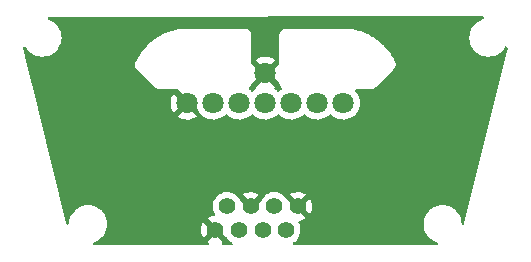
<source format=gbr>
G04 #@! TF.GenerationSoftware,KiCad,Pcbnew,(5.99.0-9812-gfee3c41c40)*
G04 #@! TF.CreationDate,2021-03-23T13:38:30-07:00*
G04 #@! TF.ProjectId,homebreakout,686f6d65-6272-4656-916b-6f75742e6b69,rev?*
G04 #@! TF.SameCoordinates,Original*
G04 #@! TF.FileFunction,Copper,L2,Bot*
G04 #@! TF.FilePolarity,Positive*
%FSLAX46Y46*%
G04 Gerber Fmt 4.6, Leading zero omitted, Abs format (unit mm)*
G04 Created by KiCad (PCBNEW (5.99.0-9812-gfee3c41c40)) date 2021-03-23 13:38:30*
%MOMM*%
%LPD*%
G01*
G04 APERTURE LIST*
G04 #@! TA.AperFunction,ComponentPad*
%ADD10C,1.397000*%
G04 #@! TD*
G04 #@! TA.AperFunction,ComponentPad*
%ADD11C,1.800000*%
G04 #@! TD*
G04 APERTURE END LIST*
D10*
X149860000Y-67310000D03*
X150860001Y-65309999D03*
X151860001Y-67310000D03*
X152860002Y-65309999D03*
X153860000Y-67310000D03*
X154860000Y-65309999D03*
X155860001Y-67310000D03*
X156860001Y-65309999D03*
D11*
X160700000Y-56550000D03*
X156300000Y-56550000D03*
X158500000Y-56550000D03*
X154100000Y-56550000D03*
X151900000Y-56550000D03*
X149700000Y-56550000D03*
X147500000Y-56550000D03*
X154100000Y-54050000D03*
G04 #@! TA.AperFunction,Conductor*
G36*
X172551099Y-49247037D02*
G01*
X172597624Y-49300665D01*
X172607770Y-49370933D01*
X172578316Y-49435531D01*
X172512456Y-49475595D01*
X172476401Y-49484251D01*
X172471830Y-49486144D01*
X172471828Y-49486145D01*
X172247060Y-49579247D01*
X172247056Y-49579249D01*
X172242486Y-49581142D01*
X172026608Y-49713432D01*
X172022848Y-49716643D01*
X172022843Y-49716647D01*
X171852705Y-49861959D01*
X171834083Y-49877864D01*
X171830870Y-49881626D01*
X171672866Y-50066624D01*
X171672862Y-50066629D01*
X171669651Y-50070389D01*
X171537361Y-50286267D01*
X171503580Y-50367822D01*
X171444016Y-50511622D01*
X171440470Y-50520182D01*
X171439315Y-50524994D01*
X171383097Y-50759160D01*
X171381365Y-50766374D01*
X171361500Y-51018781D01*
X171381365Y-51271188D01*
X171382519Y-51275995D01*
X171382520Y-51276001D01*
X171407867Y-51381579D01*
X171440470Y-51517380D01*
X171442363Y-51521951D01*
X171442364Y-51521953D01*
X171532943Y-51740628D01*
X171537361Y-51751295D01*
X171669651Y-51967173D01*
X171672862Y-51970933D01*
X171672866Y-51970938D01*
X171769938Y-52084594D01*
X171834083Y-52159698D01*
X171837845Y-52162911D01*
X172022843Y-52320915D01*
X172022848Y-52320919D01*
X172026608Y-52324130D01*
X172242486Y-52456420D01*
X172247056Y-52458313D01*
X172247060Y-52458315D01*
X172471828Y-52551417D01*
X172476401Y-52553311D01*
X172561106Y-52573647D01*
X172717780Y-52611261D01*
X172717786Y-52611262D01*
X172722593Y-52612416D01*
X172975000Y-52632281D01*
X173227407Y-52612416D01*
X173232214Y-52611262D01*
X173232220Y-52611261D01*
X173388894Y-52573647D01*
X173473599Y-52553311D01*
X173478172Y-52551417D01*
X173702940Y-52458315D01*
X173702944Y-52458313D01*
X173707514Y-52456420D01*
X173923392Y-52324130D01*
X173927152Y-52320919D01*
X173927157Y-52320915D01*
X174112155Y-52162911D01*
X174115917Y-52159698D01*
X174180062Y-52084594D01*
X174277134Y-51970938D01*
X174277138Y-51970933D01*
X174280349Y-51967173D01*
X174369900Y-51821039D01*
X174422547Y-51773409D01*
X174492588Y-51761802D01*
X174557786Y-51789905D01*
X174597440Y-51848795D01*
X174599697Y-51916921D01*
X174463727Y-52470670D01*
X170956332Y-66754787D01*
X170920663Y-66816173D01*
X170857468Y-66848530D01*
X170786812Y-66841585D01*
X170731128Y-66797542D01*
X170708355Y-66734627D01*
X170702690Y-66662648D01*
X170693635Y-66547593D01*
X170686544Y-66518054D01*
X170635685Y-66306213D01*
X170634530Y-66301401D01*
X170628430Y-66286675D01*
X170539534Y-66072060D01*
X170539532Y-66072056D01*
X170537639Y-66067486D01*
X170405349Y-65851608D01*
X170402138Y-65847848D01*
X170402134Y-65847843D01*
X170244130Y-65662845D01*
X170240917Y-65659083D01*
X170222295Y-65643178D01*
X170052157Y-65497866D01*
X170052152Y-65497862D01*
X170048392Y-65494651D01*
X169832514Y-65362361D01*
X169827944Y-65360468D01*
X169827940Y-65360466D01*
X169603172Y-65267364D01*
X169603170Y-65267363D01*
X169598599Y-65265470D01*
X169513894Y-65245134D01*
X169357220Y-65207520D01*
X169357214Y-65207519D01*
X169352407Y-65206365D01*
X169100000Y-65186500D01*
X168847593Y-65206365D01*
X168842786Y-65207519D01*
X168842780Y-65207520D01*
X168686106Y-65245134D01*
X168601401Y-65265470D01*
X168596830Y-65267363D01*
X168596828Y-65267364D01*
X168372060Y-65360466D01*
X168372056Y-65360468D01*
X168367486Y-65362361D01*
X168151608Y-65494651D01*
X168147848Y-65497862D01*
X168147843Y-65497866D01*
X167977705Y-65643178D01*
X167959083Y-65659083D01*
X167955870Y-65662845D01*
X167797866Y-65847843D01*
X167797862Y-65847848D01*
X167794651Y-65851608D01*
X167662361Y-66067486D01*
X167660468Y-66072056D01*
X167660466Y-66072060D01*
X167571570Y-66286675D01*
X167565470Y-66301401D01*
X167564315Y-66306213D01*
X167513457Y-66518054D01*
X167506365Y-66547593D01*
X167486500Y-66800000D01*
X167506365Y-67052407D01*
X167507519Y-67057214D01*
X167507520Y-67057220D01*
X167515379Y-67089954D01*
X167565470Y-67298599D01*
X167567363Y-67303170D01*
X167567364Y-67303172D01*
X167651015Y-67505122D01*
X167662361Y-67532514D01*
X167794651Y-67748392D01*
X167797862Y-67752152D01*
X167797866Y-67752157D01*
X167908852Y-67882104D01*
X167959083Y-67940917D01*
X167962845Y-67944130D01*
X168147843Y-68102134D01*
X168147848Y-68102138D01*
X168151608Y-68105349D01*
X168367486Y-68237639D01*
X168372056Y-68239532D01*
X168372060Y-68239534D01*
X168577459Y-68324613D01*
X168601401Y-68334530D01*
X168606219Y-68335687D01*
X168606223Y-68335688D01*
X168615655Y-68337953D01*
X168677224Y-68373305D01*
X168709906Y-68436332D01*
X168703325Y-68507023D01*
X168659570Y-68562934D01*
X168586264Y-68586471D01*
X156530046Y-68588731D01*
X156461921Y-68568742D01*
X156415418Y-68515095D01*
X156405301Y-68444823D01*
X156434782Y-68380236D01*
X156465316Y-68354615D01*
X156465393Y-68354569D01*
X156572397Y-68290529D01*
X156734774Y-68148878D01*
X156767935Y-68107487D01*
X156865996Y-67985088D01*
X156865999Y-67985083D01*
X156869502Y-67980711D01*
X156972320Y-67791343D01*
X157039979Y-67586761D01*
X157060282Y-67444101D01*
X157069829Y-67377025D01*
X157069830Y-67377017D01*
X157070340Y-67373431D01*
X157072001Y-67310000D01*
X157070984Y-67298599D01*
X157053345Y-67100968D01*
X157052846Y-67095373D01*
X156995987Y-66887531D01*
X156903220Y-66693042D01*
X156904241Y-66692555D01*
X156888199Y-66629328D01*
X156910715Y-66561997D01*
X156966060Y-66517528D01*
X156996031Y-66509309D01*
X157137100Y-66488854D01*
X157148294Y-66486167D01*
X157347298Y-66418614D01*
X157357795Y-66413940D01*
X157500281Y-66334145D01*
X157510144Y-66324068D01*
X157507189Y-66316398D01*
X156501923Y-65311131D01*
X157224409Y-65311131D01*
X157224540Y-65312965D01*
X157228791Y-65319579D01*
X157862488Y-65953275D01*
X157874863Y-65960032D01*
X157881443Y-65955106D01*
X157963942Y-65807793D01*
X157968616Y-65797296D01*
X158036169Y-65598292D01*
X158038857Y-65587096D01*
X158069308Y-65377078D01*
X158069938Y-65369695D01*
X158071404Y-65313703D01*
X158071161Y-65306304D01*
X158051743Y-65094978D01*
X158049645Y-65083657D01*
X157992603Y-64881400D01*
X157988478Y-64870653D01*
X157895533Y-64682178D01*
X157889515Y-64672358D01*
X157886392Y-64668176D01*
X157875132Y-64659726D01*
X157862715Y-64666496D01*
X157232022Y-65297188D01*
X157224409Y-65311131D01*
X156501923Y-65311131D01*
X156500791Y-65309999D01*
X155936210Y-64745419D01*
X155911579Y-64710569D01*
X155905633Y-64698103D01*
X155903219Y-64693041D01*
X155777478Y-64518053D01*
X155622736Y-64368098D01*
X155516827Y-64296930D01*
X156211045Y-64296930D01*
X156214531Y-64305318D01*
X156847190Y-64937978D01*
X156861133Y-64945591D01*
X156862967Y-64945460D01*
X156869581Y-64941209D01*
X157501579Y-64309210D01*
X157508336Y-64296835D01*
X157502306Y-64288779D01*
X157414893Y-64233626D01*
X157404649Y-64228406D01*
X157209454Y-64150531D01*
X157198416Y-64147261D01*
X156992304Y-64106263D01*
X156980858Y-64105060D01*
X156770730Y-64102310D01*
X156759250Y-64103213D01*
X156552139Y-64138801D01*
X156541019Y-64141781D01*
X156343853Y-64214519D01*
X156333475Y-64219469D01*
X156220643Y-64286597D01*
X156211045Y-64296930D01*
X155516827Y-64296930D01*
X155443885Y-64247915D01*
X155246579Y-64161304D01*
X155241128Y-64159995D01*
X155241124Y-64159994D01*
X155042510Y-64112311D01*
X155042509Y-64112311D01*
X155037053Y-64111001D01*
X154953768Y-64106199D01*
X154827537Y-64098920D01*
X154827534Y-64098920D01*
X154821930Y-64098597D01*
X154608011Y-64124484D01*
X154402057Y-64187844D01*
X154397077Y-64190414D01*
X154397073Y-64190416D01*
X154313356Y-64233626D01*
X154210578Y-64286674D01*
X154206130Y-64290087D01*
X154104463Y-64368098D01*
X154039626Y-64417849D01*
X153894606Y-64577225D01*
X153891629Y-64581971D01*
X153891625Y-64581976D01*
X153805598Y-64719116D01*
X153787956Y-64741256D01*
X152949097Y-65580114D01*
X152886785Y-65614139D01*
X152815969Y-65609074D01*
X152770907Y-65580114D01*
X151936210Y-64745418D01*
X151911579Y-64710566D01*
X151905634Y-64698103D01*
X151903220Y-64693041D01*
X151777479Y-64518053D01*
X151622737Y-64368098D01*
X151516828Y-64296930D01*
X152211046Y-64296930D01*
X152214532Y-64305318D01*
X152847191Y-64937978D01*
X152861134Y-64945591D01*
X152862968Y-64945460D01*
X152869582Y-64941209D01*
X153501580Y-64309210D01*
X153508337Y-64296835D01*
X153502307Y-64288779D01*
X153414894Y-64233626D01*
X153404650Y-64228406D01*
X153209455Y-64150531D01*
X153198417Y-64147261D01*
X152992305Y-64106263D01*
X152980859Y-64105060D01*
X152770731Y-64102310D01*
X152759251Y-64103213D01*
X152552140Y-64138801D01*
X152541020Y-64141781D01*
X152343854Y-64214519D01*
X152333476Y-64219469D01*
X152220644Y-64286597D01*
X152211046Y-64296930D01*
X151516828Y-64296930D01*
X151443886Y-64247915D01*
X151246580Y-64161304D01*
X151241129Y-64159995D01*
X151241125Y-64159994D01*
X151042511Y-64112311D01*
X151042510Y-64112311D01*
X151037054Y-64111001D01*
X150953769Y-64106199D01*
X150827538Y-64098920D01*
X150827535Y-64098920D01*
X150821931Y-64098597D01*
X150608012Y-64124484D01*
X150402058Y-64187844D01*
X150397078Y-64190414D01*
X150397074Y-64190416D01*
X150313357Y-64233626D01*
X150210579Y-64286674D01*
X150206131Y-64290087D01*
X150104464Y-64368098D01*
X150039627Y-64417849D01*
X149894607Y-64577225D01*
X149891626Y-64581976D01*
X149891626Y-64581977D01*
X149789100Y-64745418D01*
X149780101Y-64759763D01*
X149699730Y-64959692D01*
X149656033Y-65170695D01*
X149650393Y-65386101D01*
X149682986Y-65599102D01*
X149752784Y-65802964D01*
X149755515Y-65807870D01*
X149819411Y-65922670D01*
X149835064Y-65991920D01*
X149810792Y-66058639D01*
X149754302Y-66101644D01*
X149730654Y-66108128D01*
X149552138Y-66138802D01*
X149541018Y-66141782D01*
X149343852Y-66214520D01*
X149333474Y-66219470D01*
X149220642Y-66286598D01*
X149211044Y-66296931D01*
X149214530Y-66305319D01*
X149860000Y-66950790D01*
X150791315Y-67882104D01*
X150812314Y-67909920D01*
X150857579Y-67991245D01*
X150861130Y-67995583D01*
X150861131Y-67995585D01*
X150990507Y-68153652D01*
X150990512Y-68153657D01*
X150994060Y-68157992D01*
X151157912Y-68297935D01*
X151162753Y-68300764D01*
X151162756Y-68300766D01*
X151180013Y-68310850D01*
X151254909Y-68354615D01*
X151255472Y-68354944D01*
X151304196Y-68406582D01*
X151317267Y-68476365D01*
X151290536Y-68542137D01*
X151232489Y-68583016D01*
X151191926Y-68589732D01*
X150608857Y-68589842D01*
X150546557Y-68589854D01*
X150526557Y-68589857D01*
X150458432Y-68569868D01*
X150411929Y-68516221D01*
X150401812Y-68445949D01*
X150431293Y-68381362D01*
X150464967Y-68353923D01*
X150500278Y-68334148D01*
X150510143Y-68324069D01*
X150507188Y-68316399D01*
X149872811Y-67682021D01*
X149858868Y-67674408D01*
X149857034Y-67674539D01*
X149850420Y-67678790D01*
X149218361Y-68310850D01*
X149212168Y-68322192D01*
X149222051Y-68334683D01*
X149258958Y-68359344D01*
X149304485Y-68413821D01*
X149313332Y-68484264D01*
X149282691Y-68548308D01*
X149222288Y-68585619D01*
X149188981Y-68590108D01*
X143303378Y-68591211D01*
X139591139Y-68591907D01*
X139523014Y-68571918D01*
X139476511Y-68518271D01*
X139466394Y-68447999D01*
X139495875Y-68383412D01*
X139561702Y-68343388D01*
X139593785Y-68335686D01*
X139593788Y-68335685D01*
X139598599Y-68334530D01*
X139622541Y-68324613D01*
X139827940Y-68239534D01*
X139827944Y-68239532D01*
X139832514Y-68237639D01*
X140048392Y-68105349D01*
X140052152Y-68102138D01*
X140052157Y-68102134D01*
X140237155Y-67944130D01*
X140240917Y-67940917D01*
X140291148Y-67882104D01*
X140402134Y-67752157D01*
X140402138Y-67752152D01*
X140405349Y-67748392D01*
X140537639Y-67532514D01*
X140548986Y-67505122D01*
X140632636Y-67303172D01*
X140632637Y-67303170D01*
X140634530Y-67298599D01*
X140638022Y-67284053D01*
X148649293Y-67284053D01*
X148663038Y-67493752D01*
X148664839Y-67505122D01*
X148716568Y-67708807D01*
X148720409Y-67719654D01*
X148808392Y-67910504D01*
X148814142Y-67920465D01*
X148835234Y-67950309D01*
X148845821Y-67958696D01*
X148859121Y-67951668D01*
X149487979Y-67322811D01*
X149495592Y-67308868D01*
X149495461Y-67307034D01*
X149491210Y-67300420D01*
X148855732Y-66664942D01*
X148843352Y-66658182D01*
X148837386Y-66662648D01*
X148743413Y-66841261D01*
X148739005Y-66851904D01*
X148676686Y-67052600D01*
X148674296Y-67063844D01*
X148649594Y-67272552D01*
X148649293Y-67284053D01*
X140638022Y-67284053D01*
X140684621Y-67089954D01*
X140692480Y-67057220D01*
X140692481Y-67057214D01*
X140693635Y-67052407D01*
X140713500Y-66800000D01*
X140693635Y-66547593D01*
X140686544Y-66518054D01*
X140635685Y-66306213D01*
X140634530Y-66301401D01*
X140628430Y-66286675D01*
X140539534Y-66072060D01*
X140539532Y-66072056D01*
X140537639Y-66067486D01*
X140405349Y-65851608D01*
X140402138Y-65847848D01*
X140402134Y-65847843D01*
X140244130Y-65662845D01*
X140240917Y-65659083D01*
X140222295Y-65643178D01*
X140052157Y-65497866D01*
X140052152Y-65497862D01*
X140048392Y-65494651D01*
X139832514Y-65362361D01*
X139827944Y-65360468D01*
X139827940Y-65360466D01*
X139603172Y-65267364D01*
X139603170Y-65267363D01*
X139598599Y-65265470D01*
X139513894Y-65245134D01*
X139357220Y-65207520D01*
X139357214Y-65207519D01*
X139352407Y-65206365D01*
X139100000Y-65186500D01*
X138847593Y-65206365D01*
X138842786Y-65207519D01*
X138842780Y-65207520D01*
X138686106Y-65245134D01*
X138601401Y-65265470D01*
X138596830Y-65267363D01*
X138596828Y-65267364D01*
X138372060Y-65360466D01*
X138372056Y-65360468D01*
X138367486Y-65362361D01*
X138151608Y-65494651D01*
X138147848Y-65497862D01*
X138147843Y-65497866D01*
X137977705Y-65643178D01*
X137959083Y-65659083D01*
X137955870Y-65662845D01*
X137797866Y-65847843D01*
X137797862Y-65847848D01*
X137794651Y-65851608D01*
X137662361Y-66067486D01*
X137660468Y-66072056D01*
X137660466Y-66072060D01*
X137571570Y-66286675D01*
X137565470Y-66301401D01*
X137564315Y-66306213D01*
X137513457Y-66518054D01*
X137506365Y-66547593D01*
X137494956Y-66692555D01*
X137491645Y-66734630D01*
X137466360Y-66800971D01*
X137409222Y-66843111D01*
X137338371Y-66847670D01*
X137276304Y-66813201D01*
X137243668Y-66754790D01*
X135022567Y-57709193D01*
X146705636Y-57709193D01*
X146711708Y-57717305D01*
X146843034Y-57800486D01*
X146852480Y-57805403D01*
X147063128Y-57893304D01*
X147073256Y-57896555D01*
X147295701Y-57947706D01*
X147306240Y-57949206D01*
X147534119Y-57962146D01*
X147544762Y-57961849D01*
X147771563Y-57936209D01*
X147781998Y-57934125D01*
X148001256Y-57870631D01*
X148011173Y-57866824D01*
X148216598Y-57767296D01*
X148225736Y-57761870D01*
X148285022Y-57719505D01*
X148293425Y-57708782D01*
X148286446Y-57695657D01*
X147512811Y-56922021D01*
X147498868Y-56914408D01*
X147497034Y-56914539D01*
X147490420Y-56918790D01*
X146712393Y-57696818D01*
X146705636Y-57709193D01*
X135022567Y-57709193D01*
X134762635Y-56650603D01*
X146091028Y-56650603D01*
X146091826Y-56661216D01*
X146128124Y-56886574D01*
X146130695Y-56896883D01*
X146204445Y-57112903D01*
X146208719Y-57122639D01*
X146317809Y-57323140D01*
X146323664Y-57332020D01*
X146327923Y-57337422D01*
X146339849Y-57345893D01*
X146351382Y-57339407D01*
X147127979Y-56562811D01*
X147135592Y-56548868D01*
X147135461Y-56547034D01*
X147131210Y-56540420D01*
X146350547Y-55759758D01*
X146337366Y-55752560D01*
X146331462Y-55756779D01*
X146219951Y-55952674D01*
X146215488Y-55962334D01*
X146137608Y-56176891D01*
X146134837Y-56187159D01*
X146094221Y-56411771D01*
X146093220Y-56422364D01*
X146091028Y-56650603D01*
X134762635Y-56650603D01*
X133953264Y-53354382D01*
X143045974Y-53354382D01*
X143081658Y-53496850D01*
X143155894Y-53623576D01*
X143262715Y-53724371D01*
X143267345Y-53726734D01*
X143278522Y-53736102D01*
X143957473Y-54409210D01*
X144729386Y-55174480D01*
X144736627Y-55182293D01*
X144741963Y-55188562D01*
X144746753Y-55196154D01*
X144785217Y-55230124D01*
X144790504Y-55235072D01*
X144804561Y-55249008D01*
X144813097Y-55255348D01*
X144821370Y-55262053D01*
X144855773Y-55292437D01*
X144864071Y-55296333D01*
X144885654Y-55309238D01*
X144893014Y-55314704D01*
X144936074Y-55330634D01*
X144945878Y-55334741D01*
X144987435Y-55354252D01*
X144996304Y-55355633D01*
X144996307Y-55355634D01*
X144996493Y-55355663D01*
X145020829Y-55361990D01*
X145029429Y-55365172D01*
X145038381Y-55365798D01*
X145038384Y-55365799D01*
X145075215Y-55368376D01*
X145085802Y-55369569D01*
X145094466Y-55370918D01*
X145094475Y-55370919D01*
X145099287Y-55371668D01*
X145117855Y-55371668D01*
X145126650Y-55371975D01*
X145165572Y-55374699D01*
X145165575Y-55374699D01*
X145174525Y-55375325D01*
X145183293Y-55373414D01*
X145192249Y-55372764D01*
X145192268Y-55373026D01*
X145204876Y-55371668D01*
X146628688Y-55371668D01*
X146696809Y-55391670D01*
X146717784Y-55408573D01*
X147500000Y-56190790D01*
X148373794Y-57064583D01*
X148401163Y-57108510D01*
X148401840Y-57108213D01*
X148403896Y-57112895D01*
X148403939Y-57112965D01*
X148403984Y-57113097D01*
X148403988Y-57113106D01*
X148405711Y-57118153D01*
X148519943Y-57328105D01*
X148667916Y-57515807D01*
X148845399Y-57675895D01*
X148849912Y-57678754D01*
X148849914Y-57678755D01*
X148914250Y-57719505D01*
X149047318Y-57803790D01*
X149052248Y-57805847D01*
X149261835Y-57893304D01*
X149267900Y-57895835D01*
X149396246Y-57925348D01*
X149495629Y-57948201D01*
X149495633Y-57948202D01*
X149500836Y-57949398D01*
X149506169Y-57949701D01*
X149506170Y-57949701D01*
X149620151Y-57956173D01*
X149739467Y-57962949D01*
X149744774Y-57962349D01*
X149744776Y-57962349D01*
X149874300Y-57947706D01*
X149976970Y-57936099D01*
X149982085Y-57934618D01*
X149982089Y-57934617D01*
X150201430Y-57871100D01*
X150201435Y-57871098D01*
X150206553Y-57869616D01*
X150421652Y-57765401D01*
X150546903Y-57675895D01*
X150611771Y-57629540D01*
X150611773Y-57629538D01*
X150616117Y-57626434D01*
X150708258Y-57533486D01*
X150770421Y-57499189D01*
X150841258Y-57503945D01*
X150882129Y-57528627D01*
X151045399Y-57675895D01*
X151049912Y-57678754D01*
X151049914Y-57678755D01*
X151114250Y-57719505D01*
X151247318Y-57803790D01*
X151252248Y-57805847D01*
X151461835Y-57893304D01*
X151467900Y-57895835D01*
X151596246Y-57925348D01*
X151695629Y-57948201D01*
X151695633Y-57948202D01*
X151700836Y-57949398D01*
X151706169Y-57949701D01*
X151706170Y-57949701D01*
X151820151Y-57956173D01*
X151939467Y-57962949D01*
X151944774Y-57962349D01*
X151944776Y-57962349D01*
X152074300Y-57947706D01*
X152176970Y-57936099D01*
X152182085Y-57934618D01*
X152182089Y-57934617D01*
X152401430Y-57871100D01*
X152401435Y-57871098D01*
X152406553Y-57869616D01*
X152621652Y-57765401D01*
X152746903Y-57675895D01*
X152811771Y-57629540D01*
X152811773Y-57629538D01*
X152816117Y-57626434D01*
X152908258Y-57533486D01*
X152970421Y-57499189D01*
X153041258Y-57503945D01*
X153082129Y-57528627D01*
X153245399Y-57675895D01*
X153249912Y-57678754D01*
X153249914Y-57678755D01*
X153314250Y-57719505D01*
X153447318Y-57803790D01*
X153452248Y-57805847D01*
X153661835Y-57893304D01*
X153667900Y-57895835D01*
X153796246Y-57925348D01*
X153895629Y-57948201D01*
X153895633Y-57948202D01*
X153900836Y-57949398D01*
X153906169Y-57949701D01*
X153906170Y-57949701D01*
X154020151Y-57956173D01*
X154139467Y-57962949D01*
X154144774Y-57962349D01*
X154144776Y-57962349D01*
X154274300Y-57947706D01*
X154376970Y-57936099D01*
X154382085Y-57934618D01*
X154382089Y-57934617D01*
X154601430Y-57871100D01*
X154601435Y-57871098D01*
X154606553Y-57869616D01*
X154821652Y-57765401D01*
X154946903Y-57675895D01*
X155011771Y-57629540D01*
X155011773Y-57629538D01*
X155016117Y-57626434D01*
X155108258Y-57533486D01*
X155170421Y-57499189D01*
X155241258Y-57503945D01*
X155282129Y-57528627D01*
X155445399Y-57675895D01*
X155449912Y-57678754D01*
X155449914Y-57678755D01*
X155514250Y-57719505D01*
X155647318Y-57803790D01*
X155652248Y-57805847D01*
X155861835Y-57893304D01*
X155867900Y-57895835D01*
X155996246Y-57925348D01*
X156095629Y-57948201D01*
X156095633Y-57948202D01*
X156100836Y-57949398D01*
X156106169Y-57949701D01*
X156106170Y-57949701D01*
X156220151Y-57956173D01*
X156339467Y-57962949D01*
X156344774Y-57962349D01*
X156344776Y-57962349D01*
X156474300Y-57947706D01*
X156576970Y-57936099D01*
X156582085Y-57934618D01*
X156582089Y-57934617D01*
X156801430Y-57871100D01*
X156801435Y-57871098D01*
X156806553Y-57869616D01*
X157021652Y-57765401D01*
X157146903Y-57675895D01*
X157211771Y-57629540D01*
X157211773Y-57629538D01*
X157216117Y-57626434D01*
X157308258Y-57533486D01*
X157370421Y-57499189D01*
X157441258Y-57503945D01*
X157482129Y-57528627D01*
X157645399Y-57675895D01*
X157649912Y-57678754D01*
X157649914Y-57678755D01*
X157714250Y-57719505D01*
X157847318Y-57803790D01*
X157852248Y-57805847D01*
X158061835Y-57893304D01*
X158067900Y-57895835D01*
X158196246Y-57925348D01*
X158295629Y-57948201D01*
X158295633Y-57948202D01*
X158300836Y-57949398D01*
X158306169Y-57949701D01*
X158306170Y-57949701D01*
X158420151Y-57956173D01*
X158539467Y-57962949D01*
X158544774Y-57962349D01*
X158544776Y-57962349D01*
X158674300Y-57947706D01*
X158776970Y-57936099D01*
X158782085Y-57934618D01*
X158782089Y-57934617D01*
X159001430Y-57871100D01*
X159001435Y-57871098D01*
X159006553Y-57869616D01*
X159221652Y-57765401D01*
X159346903Y-57675895D01*
X159411771Y-57629540D01*
X159411773Y-57629538D01*
X159416117Y-57626434D01*
X159508258Y-57533486D01*
X159570421Y-57499189D01*
X159641258Y-57503945D01*
X159682129Y-57528627D01*
X159845399Y-57675895D01*
X159849912Y-57678754D01*
X159849914Y-57678755D01*
X159914250Y-57719505D01*
X160047318Y-57803790D01*
X160052248Y-57805847D01*
X160261835Y-57893304D01*
X160267900Y-57895835D01*
X160396246Y-57925348D01*
X160495629Y-57948201D01*
X160495633Y-57948202D01*
X160500836Y-57949398D01*
X160506169Y-57949701D01*
X160506170Y-57949701D01*
X160620151Y-57956173D01*
X160739467Y-57962949D01*
X160744774Y-57962349D01*
X160744776Y-57962349D01*
X160874300Y-57947706D01*
X160976970Y-57936099D01*
X160982085Y-57934618D01*
X160982089Y-57934617D01*
X161201430Y-57871100D01*
X161201435Y-57871098D01*
X161206553Y-57869616D01*
X161421652Y-57765401D01*
X161546903Y-57675895D01*
X161611771Y-57629540D01*
X161611773Y-57629538D01*
X161616117Y-57626434D01*
X161784388Y-57456689D01*
X161787448Y-57452327D01*
X161918588Y-57265387D01*
X161918589Y-57265385D01*
X161921652Y-57261019D01*
X162023986Y-57045018D01*
X162088463Y-56814863D01*
X162105023Y-56655982D01*
X162112933Y-56580083D01*
X162112933Y-56580080D01*
X162113240Y-56577136D01*
X162113500Y-56550000D01*
X162093292Y-56311840D01*
X162091951Y-56306672D01*
X162034586Y-56085655D01*
X162034584Y-56085650D01*
X162033245Y-56080490D01*
X161935077Y-55862565D01*
X161801594Y-55664296D01*
X161725606Y-55584640D01*
X161693059Y-55521543D01*
X161699791Y-55450866D01*
X161743664Y-55395049D01*
X161816776Y-55371668D01*
X162992563Y-55371668D01*
X163003685Y-55372911D01*
X163003733Y-55372315D01*
X163012681Y-55373035D01*
X163021436Y-55375016D01*
X163071497Y-55371910D01*
X163079300Y-55371668D01*
X163097491Y-55371668D01*
X163109382Y-55369965D01*
X163119431Y-55368936D01*
X163145983Y-55367288D01*
X163157646Y-55366565D01*
X163157647Y-55366565D01*
X163166607Y-55366009D01*
X163175052Y-55362960D01*
X163178027Y-55362344D01*
X163194774Y-55358169D01*
X163197677Y-55357320D01*
X163206560Y-55356048D01*
X163249605Y-55336476D01*
X163258956Y-55332670D01*
X163294977Y-55319667D01*
X163294980Y-55319665D01*
X163303416Y-55316620D01*
X163310659Y-55311329D01*
X163313314Y-55309917D01*
X163328249Y-55301190D01*
X163330796Y-55299561D01*
X163338967Y-55295846D01*
X163365472Y-55273009D01*
X163374769Y-55264998D01*
X163382686Y-55258711D01*
X163390895Y-55252714D01*
X163390897Y-55252712D01*
X163394823Y-55249844D01*
X163406877Y-55237790D01*
X163413725Y-55231431D01*
X163442358Y-55206760D01*
X163442360Y-55206758D01*
X163449156Y-55200902D01*
X163454037Y-55193372D01*
X163459940Y-55186605D01*
X163460006Y-55186663D01*
X163468494Y-55176173D01*
X164918558Y-53726109D01*
X164927159Y-53718941D01*
X164928553Y-53718247D01*
X165036383Y-53618532D01*
X165111892Y-53492561D01*
X165149010Y-53350460D01*
X165144754Y-53203653D01*
X165140913Y-53191803D01*
X165110906Y-53099237D01*
X165110904Y-53099233D01*
X165109408Y-53094617D01*
X165003351Y-52884758D01*
X164999580Y-52876580D01*
X164993770Y-52862693D01*
X164987621Y-52852679D01*
X164982539Y-52843578D01*
X164980748Y-52840034D01*
X164978727Y-52836035D01*
X164976161Y-52832365D01*
X164976158Y-52832360D01*
X164969988Y-52823535D01*
X164965878Y-52817267D01*
X164755019Y-52473869D01*
X164751287Y-52467365D01*
X164744966Y-52455548D01*
X164744962Y-52455542D01*
X164742667Y-52451251D01*
X164737949Y-52444989D01*
X164731217Y-52435108D01*
X164728833Y-52431225D01*
X164725969Y-52427775D01*
X164725960Y-52427763D01*
X164717236Y-52417256D01*
X164713539Y-52412582D01*
X164468125Y-52086796D01*
X164463801Y-52080687D01*
X164453693Y-52065462D01*
X164450418Y-52061879D01*
X164450410Y-52061869D01*
X164448407Y-52059678D01*
X164440778Y-52050493D01*
X164440725Y-52050422D01*
X164440716Y-52050412D01*
X164438024Y-52046838D01*
X164429117Y-52037975D01*
X164425144Y-52034021D01*
X164421020Y-52029718D01*
X164145844Y-51728678D01*
X164140953Y-51722997D01*
X164135287Y-51716005D01*
X164129451Y-51708803D01*
X164123634Y-51703541D01*
X164115175Y-51695126D01*
X164115120Y-51695066D01*
X164115114Y-51695060D01*
X164112086Y-51691748D01*
X164108627Y-51688904D01*
X164108623Y-51688901D01*
X164098064Y-51680222D01*
X164093550Y-51676329D01*
X163791063Y-51402717D01*
X163785657Y-51397526D01*
X163776272Y-51387963D01*
X163772860Y-51384486D01*
X163766570Y-51379799D01*
X163757349Y-51372222D01*
X163753957Y-51369154D01*
X163738885Y-51358995D01*
X163734037Y-51355557D01*
X163614189Y-51266254D01*
X163406993Y-51111865D01*
X163401116Y-51107207D01*
X163390860Y-51098569D01*
X163390854Y-51098565D01*
X163387133Y-51095431D01*
X163380429Y-51091363D01*
X163370522Y-51084687D01*
X163370461Y-51084642D01*
X163370456Y-51084639D01*
X163366861Y-51081960D01*
X163362932Y-51079823D01*
X163362918Y-51079814D01*
X163350915Y-51073286D01*
X163345758Y-51070322D01*
X162997057Y-50858709D01*
X162990773Y-50854634D01*
X162979745Y-50847008D01*
X162979730Y-50847000D01*
X162975741Y-50844241D01*
X162971365Y-50842124D01*
X162968682Y-50840826D01*
X162958192Y-50835124D01*
X162954284Y-50832752D01*
X162950163Y-50830994D01*
X162950159Y-50830992D01*
X162937571Y-50825622D01*
X162932148Y-50823155D01*
X162574186Y-50650013D01*
X162564999Y-50645569D01*
X162558351Y-50642106D01*
X162546645Y-50635557D01*
X162546638Y-50635554D01*
X162542393Y-50633179D01*
X162537826Y-50631483D01*
X162535050Y-50630452D01*
X162524037Y-50625756D01*
X162523975Y-50625726D01*
X162523971Y-50625724D01*
X162519943Y-50623776D01*
X162502630Y-50618263D01*
X162497036Y-50616335D01*
X162154650Y-50489185D01*
X162114649Y-50474330D01*
X162107713Y-50471517D01*
X162090987Y-50464146D01*
X162083407Y-50462124D01*
X162072035Y-50458505D01*
X162067747Y-50456913D01*
X162049982Y-50453065D01*
X162044227Y-50451675D01*
X161695583Y-50358687D01*
X161654528Y-50347737D01*
X161645896Y-50345100D01*
X161631678Y-50340192D01*
X161620112Y-50338112D01*
X161609952Y-50335847D01*
X161606109Y-50334822D01*
X161606100Y-50334820D01*
X161601772Y-50333666D01*
X161597319Y-50333136D01*
X161597313Y-50333135D01*
X161586602Y-50331860D01*
X161579192Y-50330754D01*
X161427912Y-50303553D01*
X161346525Y-50288919D01*
X161342047Y-50288759D01*
X161342045Y-50288759D01*
X161243968Y-50285259D01*
X161243967Y-50285259D01*
X161234996Y-50284939D01*
X161226296Y-50287150D01*
X161226293Y-50287150D01*
X161222481Y-50288119D01*
X161191451Y-50292000D01*
X155772377Y-50292000D01*
X155771607Y-50291998D01*
X155771351Y-50291996D01*
X155730377Y-50291746D01*
X155721749Y-50294212D01*
X155721748Y-50294212D01*
X155701986Y-50299859D01*
X155685229Y-50303436D01*
X155664902Y-50306347D01*
X155664899Y-50306348D01*
X155656017Y-50307620D01*
X155647847Y-50311335D01*
X155647843Y-50311336D01*
X155632694Y-50318224D01*
X155615166Y-50324673D01*
X155599157Y-50329248D01*
X155599150Y-50329251D01*
X155590525Y-50331716D01*
X155565554Y-50347472D01*
X155550480Y-50355605D01*
X155523610Y-50367822D01*
X155504196Y-50384550D01*
X155489189Y-50395654D01*
X155467513Y-50409331D01*
X155449951Y-50429217D01*
X155447976Y-50431453D01*
X155435780Y-50443500D01*
X155420222Y-50456905D01*
X155420219Y-50456909D01*
X155413421Y-50462766D01*
X155408541Y-50470295D01*
X155408540Y-50470296D01*
X155399482Y-50484271D01*
X155388192Y-50499145D01*
X155371230Y-50518351D01*
X155358682Y-50545077D01*
X155350366Y-50560048D01*
X155334309Y-50584821D01*
X155331736Y-50593425D01*
X155331735Y-50593427D01*
X155326965Y-50609377D01*
X155320303Y-50626822D01*
X155316335Y-50635274D01*
X155309415Y-50650013D01*
X155308035Y-50658877D01*
X155308032Y-50658886D01*
X155304872Y-50679180D01*
X155301091Y-50695891D01*
X155295206Y-50715572D01*
X155292634Y-50724174D01*
X155292579Y-50733146D01*
X155292579Y-50733147D01*
X155292433Y-50756998D01*
X155292315Y-50759838D01*
X155291999Y-50761865D01*
X155291999Y-50827620D01*
X155291997Y-50828390D01*
X155291745Y-50869622D01*
X155291983Y-50870454D01*
X155291999Y-50870692D01*
X155292000Y-52883307D01*
X155292000Y-53165020D01*
X155271998Y-53233141D01*
X155255095Y-53254116D01*
X154472021Y-54037189D01*
X154464408Y-54051132D01*
X154464539Y-54052966D01*
X154468790Y-54059580D01*
X155255193Y-54845982D01*
X155289218Y-54908295D01*
X155290932Y-54917978D01*
X155291801Y-54924320D01*
X155291746Y-54933290D01*
X155294212Y-54941917D01*
X155294212Y-54941920D01*
X155299859Y-54961681D01*
X155303436Y-54978438D01*
X155304303Y-54984488D01*
X155307620Y-55007650D01*
X155311335Y-55015820D01*
X155311336Y-55015824D01*
X155318224Y-55030973D01*
X155324673Y-55048501D01*
X155329248Y-55064510D01*
X155329251Y-55064517D01*
X155331716Y-55073142D01*
X155347472Y-55098113D01*
X155355605Y-55113187D01*
X155367822Y-55140057D01*
X155384550Y-55159471D01*
X155395654Y-55174478D01*
X155409331Y-55196154D01*
X155421344Y-55206763D01*
X155431453Y-55215691D01*
X155443502Y-55227889D01*
X155460422Y-55247527D01*
X155489733Y-55312190D01*
X155479432Y-55382435D01*
X155447549Y-55424933D01*
X155286647Y-55564557D01*
X155286047Y-55565289D01*
X155225366Y-55599531D01*
X155154487Y-55595456D01*
X155105696Y-55563768D01*
X155040298Y-55495213D01*
X155040293Y-55495208D01*
X155036613Y-55491351D01*
X154909933Y-55397099D01*
X154867221Y-55340390D01*
X154861948Y-55269590D01*
X154885976Y-55218287D01*
X154893425Y-55208782D01*
X154886446Y-55195657D01*
X154112811Y-54422021D01*
X154098868Y-54414408D01*
X154097034Y-54414539D01*
X154090420Y-54418790D01*
X153312393Y-55196818D01*
X153305636Y-55209193D01*
X153312681Y-55218604D01*
X153337493Y-55285124D01*
X153322402Y-55354498D01*
X153277176Y-55401835D01*
X153267171Y-55407906D01*
X153086647Y-55564557D01*
X153086047Y-55565289D01*
X153025366Y-55599531D01*
X152954487Y-55595456D01*
X152905696Y-55563768D01*
X152840298Y-55495213D01*
X152840293Y-55495208D01*
X152836613Y-55491351D01*
X152832335Y-55488168D01*
X152757390Y-55432407D01*
X152714677Y-55375696D01*
X152709405Y-55304896D01*
X152738161Y-55247911D01*
X152744837Y-55240352D01*
X152752026Y-55232212D01*
X152764219Y-55220168D01*
X152779777Y-55206763D01*
X152779780Y-55206759D01*
X152786578Y-55200902D01*
X152797370Y-55184253D01*
X152800517Y-55179397D01*
X152811807Y-55164523D01*
X152822826Y-55152046D01*
X152828769Y-55145317D01*
X152841317Y-55118591D01*
X152849633Y-55103620D01*
X152865690Y-55078847D01*
X152868264Y-55070241D01*
X152873034Y-55054291D01*
X152879696Y-55036846D01*
X152886769Y-55021781D01*
X152886769Y-55021779D01*
X152890584Y-55013655D01*
X152891964Y-55004791D01*
X152891967Y-55004782D01*
X152895127Y-54984488D01*
X152898908Y-54967777D01*
X152904793Y-54948096D01*
X152904793Y-54948093D01*
X152907365Y-54939494D01*
X152907420Y-54930520D01*
X152908747Y-54921641D01*
X152911237Y-54922013D01*
X152927818Y-54866811D01*
X152944297Y-54846492D01*
X153727979Y-54062811D01*
X153735592Y-54048868D01*
X153735461Y-54047034D01*
X153731210Y-54040420D01*
X152944905Y-53254116D01*
X152910880Y-53191803D01*
X152908000Y-53165020D01*
X152908000Y-52890426D01*
X153304599Y-52890426D01*
X153308279Y-52899068D01*
X154087189Y-53677979D01*
X154101132Y-53685592D01*
X154102966Y-53685461D01*
X154109580Y-53681210D01*
X154887456Y-52903333D01*
X154894183Y-52891014D01*
X154885653Y-52879654D01*
X154848867Y-52852285D01*
X154839837Y-52846686D01*
X154636361Y-52743233D01*
X154626510Y-52739233D01*
X154408514Y-52671544D01*
X154398133Y-52669261D01*
X154171846Y-52639269D01*
X154161230Y-52638769D01*
X153933130Y-52647332D01*
X153922581Y-52648627D01*
X153699187Y-52695500D01*
X153688990Y-52698560D01*
X153476699Y-52782397D01*
X153467167Y-52787128D01*
X153314106Y-52880008D01*
X153304599Y-52890426D01*
X152908000Y-52890426D01*
X152908000Y-50772378D01*
X152908002Y-50771608D01*
X152908037Y-50765939D01*
X152908254Y-50730378D01*
X152904023Y-50715572D01*
X152900141Y-50701987D01*
X152896564Y-50685230D01*
X152893653Y-50664903D01*
X152893652Y-50664900D01*
X152892380Y-50656018D01*
X152888665Y-50647848D01*
X152888664Y-50647844D01*
X152881776Y-50632695D01*
X152875327Y-50615167D01*
X152870752Y-50599158D01*
X152870749Y-50599151D01*
X152868284Y-50590526D01*
X152852528Y-50565555D01*
X152844395Y-50550481D01*
X152832178Y-50523611D01*
X152815450Y-50504197D01*
X152804346Y-50489190D01*
X152790669Y-50467514D01*
X152768544Y-50447974D01*
X152756500Y-50435781D01*
X152743095Y-50420223D01*
X152743091Y-50420220D01*
X152737234Y-50413422D01*
X152715729Y-50399483D01*
X152700855Y-50388193D01*
X152688378Y-50377174D01*
X152681649Y-50371231D01*
X152654923Y-50358683D01*
X152639952Y-50350367D01*
X152615179Y-50334310D01*
X152606575Y-50331737D01*
X152606573Y-50331736D01*
X152590623Y-50326966D01*
X152573178Y-50320304D01*
X152558113Y-50313231D01*
X152558111Y-50313231D01*
X152549987Y-50309416D01*
X152541123Y-50308036D01*
X152541114Y-50308033D01*
X152520820Y-50304873D01*
X152504109Y-50301092D01*
X152484428Y-50295207D01*
X152484425Y-50295207D01*
X152475826Y-50292635D01*
X152466854Y-50292580D01*
X152466853Y-50292580D01*
X152443002Y-50292434D01*
X152440162Y-50292316D01*
X152438135Y-50292000D01*
X152372378Y-50292000D01*
X152371608Y-50291998D01*
X152371052Y-50291995D01*
X152330378Y-50291746D01*
X152329546Y-50291984D01*
X152329308Y-50292000D01*
X147011580Y-50292000D01*
X146988840Y-50289016D01*
X146988839Y-50289025D01*
X146979922Y-50287961D01*
X146971252Y-50285646D01*
X146962280Y-50285857D01*
X146962279Y-50285857D01*
X146861534Y-50288228D01*
X146861530Y-50288228D01*
X146856661Y-50288343D01*
X146851867Y-50289205D01*
X146851861Y-50289206D01*
X146624713Y-50330068D01*
X146615793Y-50331346D01*
X146615101Y-50331420D01*
X146600789Y-50332949D01*
X146596093Y-50334203D01*
X146596091Y-50334203D01*
X146589491Y-50335965D01*
X146579302Y-50338237D01*
X146575428Y-50338934D01*
X146575417Y-50338937D01*
X146571013Y-50339729D01*
X146566761Y-50341139D01*
X146566758Y-50341140D01*
X146556497Y-50344543D01*
X146549327Y-50346687D01*
X146158880Y-50450916D01*
X146151610Y-50452628D01*
X146148749Y-50453213D01*
X146133655Y-50456297D01*
X146129088Y-50457995D01*
X146129086Y-50457996D01*
X146126378Y-50459003D01*
X146114968Y-50462638D01*
X146114964Y-50462639D01*
X146114951Y-50462644D01*
X146110622Y-50463799D01*
X146093869Y-50470943D01*
X146088378Y-50473134D01*
X145704967Y-50615713D01*
X145697893Y-50618107D01*
X145685013Y-50622045D01*
X145685000Y-50622050D01*
X145680356Y-50623470D01*
X145673363Y-50626858D01*
X145662350Y-50631561D01*
X145662343Y-50631564D01*
X145658140Y-50633127D01*
X145654198Y-50635272D01*
X145654193Y-50635274D01*
X145642163Y-50641819D01*
X145636886Y-50644531D01*
X145268733Y-50822906D01*
X145261938Y-50825953D01*
X145244992Y-50832957D01*
X145238346Y-50836998D01*
X145227848Y-50842717D01*
X145227827Y-50842727D01*
X145227816Y-50842732D01*
X145227813Y-50842734D01*
X145223792Y-50844682D01*
X145220085Y-50847182D01*
X145220077Y-50847187D01*
X145208700Y-50854861D01*
X145203707Y-50858061D01*
X144854184Y-51070598D01*
X144847701Y-51074281D01*
X144831502Y-51082860D01*
X144825267Y-51087516D01*
X144815364Y-51094203D01*
X144815359Y-51094207D01*
X144811512Y-51096546D01*
X144797438Y-51108128D01*
X144792799Y-51111766D01*
X144710205Y-51173453D01*
X144465039Y-51356559D01*
X144458923Y-51360850D01*
X144443623Y-51370922D01*
X144440019Y-51374191D01*
X144437882Y-51376129D01*
X144428628Y-51383753D01*
X144425026Y-51386443D01*
X144421855Y-51389603D01*
X144421852Y-51389606D01*
X144412121Y-51399305D01*
X144407822Y-51403392D01*
X144104831Y-51678195D01*
X144099166Y-51683035D01*
X144084873Y-51694532D01*
X144080319Y-51699530D01*
X144079640Y-51700275D01*
X144071165Y-51708730D01*
X144067832Y-51711753D01*
X144064963Y-51715216D01*
X144056219Y-51725769D01*
X144052328Y-51730247D01*
X143776807Y-52032605D01*
X143771616Y-52037973D01*
X143758490Y-52050765D01*
X143755571Y-52054655D01*
X143755567Y-52054659D01*
X143753826Y-52056979D01*
X143746196Y-52066197D01*
X143746186Y-52066208D01*
X143746182Y-52066214D01*
X143743164Y-52069525D01*
X143732916Y-52084610D01*
X143729482Y-52089415D01*
X143555738Y-52320915D01*
X143483944Y-52416575D01*
X143479298Y-52422397D01*
X143467431Y-52436397D01*
X143464895Y-52440547D01*
X143464892Y-52440550D01*
X143463382Y-52443021D01*
X143456658Y-52452929D01*
X143456652Y-52452938D01*
X143453957Y-52456529D01*
X143445198Y-52472502D01*
X143442247Y-52477595D01*
X143282312Y-52739233D01*
X143231283Y-52822712D01*
X143226308Y-52830232D01*
X143217543Y-52842503D01*
X143215356Y-52846854D01*
X143212295Y-52852944D01*
X143207224Y-52862070D01*
X143202829Y-52869259D01*
X143201057Y-52873377D01*
X143196783Y-52883307D01*
X143193625Y-52890083D01*
X143186965Y-52903333D01*
X143087190Y-53101817D01*
X143051709Y-53207625D01*
X143045974Y-53354382D01*
X133953264Y-53354382D01*
X133600303Y-51916921D01*
X133603484Y-51845996D01*
X133644505Y-51788049D01*
X133710342Y-51761479D01*
X133780093Y-51774722D01*
X133830100Y-51821039D01*
X133919651Y-51967173D01*
X133922862Y-51970933D01*
X133922866Y-51970938D01*
X134019938Y-52084594D01*
X134084083Y-52159698D01*
X134087845Y-52162911D01*
X134272843Y-52320915D01*
X134272848Y-52320919D01*
X134276608Y-52324130D01*
X134492486Y-52456420D01*
X134497056Y-52458313D01*
X134497060Y-52458315D01*
X134721828Y-52551417D01*
X134726401Y-52553311D01*
X134811106Y-52573647D01*
X134967780Y-52611261D01*
X134967786Y-52611262D01*
X134972593Y-52612416D01*
X135225000Y-52632281D01*
X135477407Y-52612416D01*
X135482214Y-52611262D01*
X135482220Y-52611261D01*
X135638894Y-52573647D01*
X135723599Y-52553311D01*
X135728172Y-52551417D01*
X135952940Y-52458315D01*
X135952944Y-52458313D01*
X135957514Y-52456420D01*
X136173392Y-52324130D01*
X136177152Y-52320919D01*
X136177157Y-52320915D01*
X136362155Y-52162911D01*
X136365917Y-52159698D01*
X136430062Y-52084594D01*
X136527134Y-51970938D01*
X136527138Y-51970933D01*
X136530349Y-51967173D01*
X136662639Y-51751295D01*
X136667058Y-51740628D01*
X136757636Y-51521953D01*
X136757637Y-51521951D01*
X136759530Y-51517380D01*
X136792133Y-51381579D01*
X136817480Y-51276001D01*
X136817481Y-51275995D01*
X136818635Y-51271188D01*
X136838500Y-51018781D01*
X136818635Y-50766374D01*
X136816904Y-50759160D01*
X136760685Y-50524994D01*
X136759530Y-50520182D01*
X136755985Y-50511622D01*
X136696420Y-50367822D01*
X136662639Y-50286267D01*
X136530349Y-50070389D01*
X136527138Y-50066629D01*
X136527134Y-50066624D01*
X136369130Y-49881626D01*
X136365917Y-49877864D01*
X136347295Y-49861959D01*
X136177157Y-49716647D01*
X136177152Y-49716643D01*
X136173392Y-49713432D01*
X135957514Y-49581142D01*
X135952944Y-49579249D01*
X135952940Y-49579247D01*
X135740970Y-49491446D01*
X135685689Y-49446897D01*
X135663268Y-49379534D01*
X135680826Y-49310743D01*
X135732788Y-49262364D01*
X135789110Y-49249037D01*
X172482967Y-49227076D01*
X172551099Y-49247037D01*
G37*
G04 #@! TD.AperFunction*
M02*

</source>
